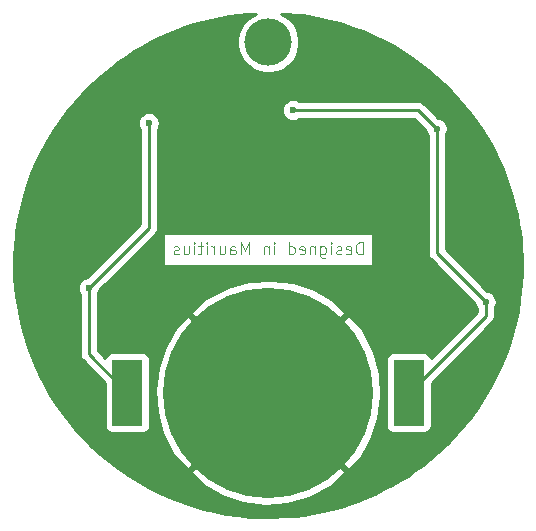
<source format=gbr>
G04 #@! TF.GenerationSoftware,KiCad,Pcbnew,(5.1.6)-1*
G04 #@! TF.CreationDate,2020-11-21T22:09:05+04:00*
G04 #@! TF.ProjectId,christmas-pcb-badge,63687269-7374-46d6-9173-2d7063622d62,rev?*
G04 #@! TF.SameCoordinates,Original*
G04 #@! TF.FileFunction,Copper,L2,Bot*
G04 #@! TF.FilePolarity,Positive*
%FSLAX46Y46*%
G04 Gerber Fmt 4.6, Leading zero omitted, Abs format (unit mm)*
G04 Created by KiCad (PCBNEW (5.1.6)-1) date 2020-11-21 22:09:05*
%MOMM*%
%LPD*%
G01*
G04 APERTURE LIST*
G04 #@! TA.AperFunction,NonConductor*
%ADD10C,0.100000*%
G04 #@! TD*
G04 #@! TA.AperFunction,SMDPad,CuDef*
%ADD11R,2.600000X5.560000*%
G04 #@! TD*
G04 #@! TA.AperFunction,SMDPad,CuDef*
%ADD12C,17.800000*%
G04 #@! TD*
G04 #@! TA.AperFunction,ViaPad*
%ADD13C,4.000000*%
G04 #@! TD*
G04 #@! TA.AperFunction,ViaPad*
%ADD14C,0.600000*%
G04 #@! TD*
G04 #@! TA.AperFunction,Conductor*
%ADD15C,0.250000*%
G04 #@! TD*
G04 #@! TA.AperFunction,Conductor*
%ADD16C,0.254000*%
G04 #@! TD*
G04 APERTURE END LIST*
D10*
X147476190Y-95952380D02*
X147476190Y-94952380D01*
X147238095Y-94952380D01*
X147095238Y-95000000D01*
X147000000Y-95095238D01*
X146952380Y-95190476D01*
X146904761Y-95380952D01*
X146904761Y-95523809D01*
X146952380Y-95714285D01*
X147000000Y-95809523D01*
X147095238Y-95904761D01*
X147238095Y-95952380D01*
X147476190Y-95952380D01*
X146095238Y-95904761D02*
X146190476Y-95952380D01*
X146380952Y-95952380D01*
X146476190Y-95904761D01*
X146523809Y-95809523D01*
X146523809Y-95428571D01*
X146476190Y-95333333D01*
X146380952Y-95285714D01*
X146190476Y-95285714D01*
X146095238Y-95333333D01*
X146047619Y-95428571D01*
X146047619Y-95523809D01*
X146523809Y-95619047D01*
X145666666Y-95904761D02*
X145571428Y-95952380D01*
X145380952Y-95952380D01*
X145285714Y-95904761D01*
X145238095Y-95809523D01*
X145238095Y-95761904D01*
X145285714Y-95666666D01*
X145380952Y-95619047D01*
X145523809Y-95619047D01*
X145619047Y-95571428D01*
X145666666Y-95476190D01*
X145666666Y-95428571D01*
X145619047Y-95333333D01*
X145523809Y-95285714D01*
X145380952Y-95285714D01*
X145285714Y-95333333D01*
X144809523Y-95952380D02*
X144809523Y-95285714D01*
X144809523Y-94952380D02*
X144857142Y-95000000D01*
X144809523Y-95047619D01*
X144761904Y-95000000D01*
X144809523Y-94952380D01*
X144809523Y-95047619D01*
X143904761Y-95285714D02*
X143904761Y-96095238D01*
X143952380Y-96190476D01*
X144000000Y-96238095D01*
X144095238Y-96285714D01*
X144238095Y-96285714D01*
X144333333Y-96238095D01*
X143904761Y-95904761D02*
X144000000Y-95952380D01*
X144190476Y-95952380D01*
X144285714Y-95904761D01*
X144333333Y-95857142D01*
X144380952Y-95761904D01*
X144380952Y-95476190D01*
X144333333Y-95380952D01*
X144285714Y-95333333D01*
X144190476Y-95285714D01*
X144000000Y-95285714D01*
X143904761Y-95333333D01*
X143428571Y-95285714D02*
X143428571Y-95952380D01*
X143428571Y-95380952D02*
X143380952Y-95333333D01*
X143285714Y-95285714D01*
X143142857Y-95285714D01*
X143047619Y-95333333D01*
X143000000Y-95428571D01*
X143000000Y-95952380D01*
X142142857Y-95904761D02*
X142238095Y-95952380D01*
X142428571Y-95952380D01*
X142523809Y-95904761D01*
X142571428Y-95809523D01*
X142571428Y-95428571D01*
X142523809Y-95333333D01*
X142428571Y-95285714D01*
X142238095Y-95285714D01*
X142142857Y-95333333D01*
X142095238Y-95428571D01*
X142095238Y-95523809D01*
X142571428Y-95619047D01*
X141238095Y-95952380D02*
X141238095Y-94952380D01*
X141238095Y-95904761D02*
X141333333Y-95952380D01*
X141523809Y-95952380D01*
X141619047Y-95904761D01*
X141666666Y-95857142D01*
X141714285Y-95761904D01*
X141714285Y-95476190D01*
X141666666Y-95380952D01*
X141619047Y-95333333D01*
X141523809Y-95285714D01*
X141333333Y-95285714D01*
X141238095Y-95333333D01*
X140000000Y-95952380D02*
X140000000Y-95285714D01*
X140000000Y-94952380D02*
X140047619Y-95000000D01*
X140000000Y-95047619D01*
X139952380Y-95000000D01*
X140000000Y-94952380D01*
X140000000Y-95047619D01*
X139523809Y-95285714D02*
X139523809Y-95952380D01*
X139523809Y-95380952D02*
X139476190Y-95333333D01*
X139380952Y-95285714D01*
X139238095Y-95285714D01*
X139142857Y-95333333D01*
X139095238Y-95428571D01*
X139095238Y-95952380D01*
X137857142Y-95952380D02*
X137857142Y-94952380D01*
X137523809Y-95666666D01*
X137190476Y-94952380D01*
X137190476Y-95952380D01*
X136285714Y-95952380D02*
X136285714Y-95428571D01*
X136333333Y-95333333D01*
X136428571Y-95285714D01*
X136619047Y-95285714D01*
X136714285Y-95333333D01*
X136285714Y-95904761D02*
X136380952Y-95952380D01*
X136619047Y-95952380D01*
X136714285Y-95904761D01*
X136761904Y-95809523D01*
X136761904Y-95714285D01*
X136714285Y-95619047D01*
X136619047Y-95571428D01*
X136380952Y-95571428D01*
X136285714Y-95523809D01*
X135380952Y-95285714D02*
X135380952Y-95952380D01*
X135809523Y-95285714D02*
X135809523Y-95809523D01*
X135761904Y-95904761D01*
X135666666Y-95952380D01*
X135523809Y-95952380D01*
X135428571Y-95904761D01*
X135380952Y-95857142D01*
X134904761Y-95952380D02*
X134904761Y-95285714D01*
X134904761Y-95476190D02*
X134857142Y-95380952D01*
X134809523Y-95333333D01*
X134714285Y-95285714D01*
X134619047Y-95285714D01*
X134285714Y-95952380D02*
X134285714Y-95285714D01*
X134285714Y-94952380D02*
X134333333Y-95000000D01*
X134285714Y-95047619D01*
X134238095Y-95000000D01*
X134285714Y-94952380D01*
X134285714Y-95047619D01*
X133952380Y-95285714D02*
X133571428Y-95285714D01*
X133809523Y-94952380D02*
X133809523Y-95809523D01*
X133761904Y-95904761D01*
X133666666Y-95952380D01*
X133571428Y-95952380D01*
X133238095Y-95952380D02*
X133238095Y-95285714D01*
X133238095Y-94952380D02*
X133285714Y-95000000D01*
X133238095Y-95047619D01*
X133190476Y-95000000D01*
X133238095Y-94952380D01*
X133238095Y-95047619D01*
X132333333Y-95285714D02*
X132333333Y-95952380D01*
X132761904Y-95285714D02*
X132761904Y-95809523D01*
X132714285Y-95904761D01*
X132619047Y-95952380D01*
X132476190Y-95952380D01*
X132380952Y-95904761D01*
X132333333Y-95857142D01*
X131904761Y-95904761D02*
X131809523Y-95952380D01*
X131619047Y-95952380D01*
X131523809Y-95904761D01*
X131476190Y-95809523D01*
X131476190Y-95761904D01*
X131523809Y-95666666D01*
X131619047Y-95619047D01*
X131761904Y-95619047D01*
X131857142Y-95571428D01*
X131904761Y-95476190D01*
X131904761Y-95428571D01*
X131857142Y-95333333D01*
X131761904Y-95285714D01*
X131619047Y-95285714D01*
X131523809Y-95333333D01*
D11*
G04 #@! TO.P,BT1,1*
G04 #@! TO.N,+3V3*
X151380000Y-107675000D03*
X127570000Y-107675000D03*
D12*
G04 #@! TO.P,BT1,2*
G04 #@! TO.N,GND*
X139475000Y-107675000D03*
G04 #@! TD*
D13*
G04 #@! TO.N,*
X139500000Y-78000000D03*
D14*
G04 #@! TO.N,GND*
X153350000Y-99975000D03*
X148550000Y-85275000D03*
X124550000Y-84825000D03*
X119675000Y-98825000D03*
X137450000Y-83750000D03*
G04 #@! TO.N,+3V3*
X157900000Y-99975000D03*
X153750000Y-85325000D03*
X129375000Y-84850000D03*
X124275000Y-98825000D03*
X141575000Y-83750000D03*
G04 #@! TD*
D15*
G04 #@! TO.N,GND*
X137450000Y-105650000D02*
X139475000Y-107675000D01*
X153300000Y-99975000D02*
X153350000Y-99975000D01*
G04 #@! TO.N,+3V3*
X152175000Y-83750000D02*
X153750000Y-85325000D01*
X141575000Y-83750000D02*
X152175000Y-83750000D01*
X153750000Y-95825000D02*
X157900000Y-99975000D01*
X153750000Y-85325000D02*
X153750000Y-95825000D01*
X157900000Y-101155000D02*
X151380000Y-107675000D01*
X157900000Y-99975000D02*
X157900000Y-101155000D01*
X124275000Y-104380000D02*
X127570000Y-107675000D01*
X124275000Y-98825000D02*
X124275000Y-104380000D01*
X129375000Y-93725000D02*
X124275000Y-98825000D01*
X129375000Y-84850000D02*
X129375000Y-93725000D01*
G04 #@! TD*
D16*
G04 #@! TO.N,GND*
G36*
X138251859Y-75664893D02*
G01*
X137820285Y-75953262D01*
X137453262Y-76320285D01*
X137164893Y-76751859D01*
X136966261Y-77231399D01*
X136865000Y-77740475D01*
X136865000Y-78259525D01*
X136966261Y-78768601D01*
X137164893Y-79248141D01*
X137453262Y-79679715D01*
X137820285Y-80046738D01*
X138251859Y-80335107D01*
X138731399Y-80533739D01*
X139240475Y-80635000D01*
X139759525Y-80635000D01*
X140268601Y-80533739D01*
X140748141Y-80335107D01*
X141179715Y-80046738D01*
X141546738Y-79679715D01*
X141835107Y-79248141D01*
X142033739Y-78768601D01*
X142135000Y-78259525D01*
X142135000Y-77740475D01*
X142033739Y-77231399D01*
X141835107Y-76751859D01*
X141546738Y-76320285D01*
X141179715Y-75953262D01*
X140748141Y-75664893D01*
X140547814Y-75581915D01*
X141162736Y-75610277D01*
X141742098Y-75662568D01*
X142327291Y-75732307D01*
X142912332Y-75818799D01*
X143496365Y-75921804D01*
X144078550Y-76041079D01*
X144657971Y-76176366D01*
X145233775Y-76327412D01*
X145805040Y-76493943D01*
X146370906Y-76675693D01*
X146930534Y-76872398D01*
X147483034Y-77083777D01*
X148027482Y-77309523D01*
X148563071Y-77549368D01*
X149088945Y-77803028D01*
X149604168Y-78070162D01*
X150106933Y-78349935D01*
X150885611Y-78817975D01*
X151630195Y-79305313D01*
X152344940Y-79815004D01*
X153033158Y-80349592D01*
X153698247Y-80911776D01*
X154343529Y-81504291D01*
X154972223Y-82129878D01*
X155587236Y-82791033D01*
X156100452Y-83386440D01*
X156590642Y-84001165D01*
X157057529Y-84634444D01*
X157500580Y-85285201D01*
X157919326Y-85952440D01*
X158313228Y-86635057D01*
X158681778Y-87331972D01*
X159024536Y-88042234D01*
X159340961Y-88764680D01*
X159630599Y-89498324D01*
X159892946Y-90242050D01*
X160127535Y-90994813D01*
X160333899Y-91755583D01*
X160511560Y-92523259D01*
X160660060Y-93296795D01*
X160778947Y-94075188D01*
X160856871Y-94760669D01*
X160911925Y-95470934D01*
X160943945Y-96197827D01*
X160952830Y-96932876D01*
X160938574Y-97667649D01*
X160901246Y-98393802D01*
X160841011Y-99102782D01*
X160758256Y-99785168D01*
X160595471Y-100774786D01*
X160388517Y-101748973D01*
X160137850Y-102707845D01*
X159844109Y-103650354D01*
X159507933Y-104575398D01*
X159129959Y-105481876D01*
X158710834Y-106368640D01*
X158251164Y-107234627D01*
X157751589Y-108078689D01*
X157212724Y-108899723D01*
X156635191Y-109696597D01*
X156019582Y-110468216D01*
X155366543Y-111213405D01*
X154676644Y-111931077D01*
X153950486Y-112620095D01*
X153187502Y-113280326D01*
X152568358Y-113773111D01*
X151932611Y-114242221D01*
X151282068Y-114686440D01*
X150617250Y-115105571D01*
X149938740Y-115499370D01*
X149247085Y-115867615D01*
X148542794Y-116210100D01*
X147826465Y-116526569D01*
X147098646Y-116816794D01*
X146359872Y-117080543D01*
X145610660Y-117317591D01*
X144851615Y-117527681D01*
X144083225Y-117710587D01*
X143306086Y-117866051D01*
X142520738Y-117993832D01*
X141740130Y-118092121D01*
X141697570Y-118094368D01*
X141692752Y-118095594D01*
X140919867Y-118147299D01*
X139821668Y-118180195D01*
X138731724Y-118185539D01*
X137942744Y-118159231D01*
X136925612Y-118057292D01*
X135913696Y-117909408D01*
X134915596Y-117716956D01*
X133932603Y-117480580D01*
X132966032Y-117200925D01*
X132017111Y-116878611D01*
X131087218Y-116514304D01*
X130177565Y-116108606D01*
X129289486Y-115662171D01*
X128424224Y-115175599D01*
X127583131Y-114649552D01*
X127261549Y-114426830D01*
X132902775Y-114426830D01*
X133946590Y-115500270D01*
X135579451Y-116428449D01*
X137362016Y-117020238D01*
X139225782Y-117252894D01*
X141099125Y-117117478D01*
X142910054Y-116619192D01*
X144588976Y-115777186D01*
X145003410Y-115500270D01*
X146047225Y-114426830D01*
X139475000Y-107854605D01*
X132902775Y-114426830D01*
X127261549Y-114426830D01*
X126767425Y-114084610D01*
X125978406Y-113481393D01*
X125217365Y-112840515D01*
X124485605Y-112162600D01*
X123783438Y-111447257D01*
X123165358Y-110759908D01*
X122580528Y-110054183D01*
X122029942Y-109331449D01*
X121513684Y-108592060D01*
X121031833Y-107836338D01*
X120584481Y-107064600D01*
X120171716Y-106277136D01*
X119793683Y-105474317D01*
X119450473Y-104656370D01*
X119142224Y-103823601D01*
X118869082Y-102976296D01*
X118631211Y-102114749D01*
X118428777Y-101239224D01*
X118261968Y-100350032D01*
X118130975Y-99447423D01*
X118056875Y-98732911D01*
X123340000Y-98732911D01*
X123340000Y-98917089D01*
X123375932Y-99097729D01*
X123446414Y-99267889D01*
X123515000Y-99370536D01*
X123515001Y-104342668D01*
X123511324Y-104380000D01*
X123515001Y-104417333D01*
X123525998Y-104528986D01*
X123533537Y-104553839D01*
X123569454Y-104672246D01*
X123640026Y-104804276D01*
X123681407Y-104854698D01*
X123735000Y-104920001D01*
X123763998Y-104943799D01*
X125631928Y-106811730D01*
X125631928Y-110455000D01*
X125644188Y-110579482D01*
X125680498Y-110699180D01*
X125739463Y-110809494D01*
X125818815Y-110906185D01*
X125915506Y-110985537D01*
X126025820Y-111044502D01*
X126145518Y-111080812D01*
X126270000Y-111093072D01*
X128870000Y-111093072D01*
X128994482Y-111080812D01*
X129114180Y-111044502D01*
X129224494Y-110985537D01*
X129321185Y-110906185D01*
X129400537Y-110809494D01*
X129459502Y-110699180D01*
X129495812Y-110579482D01*
X129508072Y-110455000D01*
X129508072Y-107425782D01*
X129897106Y-107425782D01*
X130032522Y-109299125D01*
X130530808Y-111110054D01*
X131372814Y-112788976D01*
X131649730Y-113203410D01*
X132723170Y-114247225D01*
X139295395Y-107675000D01*
X139654605Y-107675000D01*
X146226830Y-114247225D01*
X147300270Y-113203410D01*
X148228449Y-111570549D01*
X148820238Y-109787984D01*
X149052894Y-107924218D01*
X148917478Y-106050875D01*
X148419192Y-104239946D01*
X147577186Y-102561024D01*
X147300270Y-102146590D01*
X146226830Y-101102775D01*
X139654605Y-107675000D01*
X139295395Y-107675000D01*
X132723170Y-101102775D01*
X131649730Y-102146590D01*
X130721551Y-103779451D01*
X130129762Y-105562016D01*
X129897106Y-107425782D01*
X129508072Y-107425782D01*
X129508072Y-104895000D01*
X129495812Y-104770518D01*
X129459502Y-104650820D01*
X129400537Y-104540506D01*
X129321185Y-104443815D01*
X129224494Y-104364463D01*
X129114180Y-104305498D01*
X128994482Y-104269188D01*
X128870000Y-104256928D01*
X126270000Y-104256928D01*
X126145518Y-104269188D01*
X126025820Y-104305498D01*
X125915506Y-104364463D01*
X125818815Y-104443815D01*
X125739463Y-104540506D01*
X125680498Y-104650820D01*
X125666562Y-104696761D01*
X125035000Y-104065199D01*
X125035000Y-100923170D01*
X132902775Y-100923170D01*
X139475000Y-107495395D01*
X146047225Y-100923170D01*
X145003410Y-99849730D01*
X143370549Y-98921551D01*
X141587984Y-98329762D01*
X139724218Y-98097106D01*
X137850875Y-98232522D01*
X136039946Y-98730808D01*
X134361024Y-99572814D01*
X133946590Y-99849730D01*
X132902775Y-100923170D01*
X125035000Y-100923170D01*
X125035000Y-99370535D01*
X125103586Y-99267889D01*
X125174068Y-99097729D01*
X125198153Y-98976648D01*
X129886003Y-94288799D01*
X129915001Y-94265001D01*
X130009974Y-94149276D01*
X130025622Y-94120000D01*
X130600715Y-94120000D01*
X130600715Y-96990000D01*
X148399286Y-96990000D01*
X148399286Y-94120000D01*
X130600715Y-94120000D01*
X130025622Y-94120000D01*
X130080546Y-94017247D01*
X130124003Y-93873986D01*
X130135000Y-93762333D01*
X130135000Y-93762324D01*
X130138676Y-93725001D01*
X130135000Y-93687678D01*
X130135000Y-85395535D01*
X130203586Y-85292889D01*
X130274068Y-85122729D01*
X130310000Y-84942089D01*
X130310000Y-84757911D01*
X130274068Y-84577271D01*
X130203586Y-84407111D01*
X130101262Y-84253972D01*
X129971028Y-84123738D01*
X129817889Y-84021414D01*
X129647729Y-83950932D01*
X129467089Y-83915000D01*
X129282911Y-83915000D01*
X129102271Y-83950932D01*
X128932111Y-84021414D01*
X128778972Y-84123738D01*
X128648738Y-84253972D01*
X128546414Y-84407111D01*
X128475932Y-84577271D01*
X128440000Y-84757911D01*
X128440000Y-84942089D01*
X128475932Y-85122729D01*
X128546414Y-85292889D01*
X128615000Y-85395536D01*
X128615001Y-93410197D01*
X124123352Y-97901847D01*
X124002271Y-97925932D01*
X123832111Y-97996414D01*
X123678972Y-98098738D01*
X123548738Y-98228972D01*
X123446414Y-98382111D01*
X123375932Y-98552271D01*
X123340000Y-98732911D01*
X118056875Y-98732911D01*
X118035967Y-98531308D01*
X118003872Y-98033437D01*
X117985870Y-97489654D01*
X117991181Y-96305305D01*
X118049941Y-95114624D01*
X118097572Y-94562424D01*
X118156807Y-94054346D01*
X118319937Y-93030187D01*
X118530624Y-92023503D01*
X118788534Y-91033267D01*
X119093026Y-90060476D01*
X119443427Y-89106290D01*
X119839106Y-88171758D01*
X120279427Y-87257972D01*
X120763775Y-86366001D01*
X121291517Y-85496973D01*
X121862067Y-84651950D01*
X122474788Y-83832086D01*
X122618390Y-83657911D01*
X140640000Y-83657911D01*
X140640000Y-83842089D01*
X140675932Y-84022729D01*
X140746414Y-84192889D01*
X140848738Y-84346028D01*
X140978972Y-84476262D01*
X141132111Y-84578586D01*
X141302271Y-84649068D01*
X141482911Y-84685000D01*
X141667089Y-84685000D01*
X141847729Y-84649068D01*
X142017889Y-84578586D01*
X142120535Y-84510000D01*
X151860199Y-84510000D01*
X152826847Y-85476649D01*
X152850932Y-85597729D01*
X152921414Y-85767889D01*
X152990000Y-85870535D01*
X152990001Y-95787668D01*
X152986324Y-95825000D01*
X152990001Y-95862333D01*
X152995968Y-95922911D01*
X153000998Y-95973985D01*
X153044454Y-96117246D01*
X153115026Y-96249276D01*
X153186201Y-96336002D01*
X153210000Y-96365001D01*
X153238998Y-96388799D01*
X156976847Y-100126649D01*
X157000932Y-100247729D01*
X157071414Y-100417889D01*
X157140000Y-100520536D01*
X157140001Y-100840196D01*
X153283438Y-104696760D01*
X153269502Y-104650820D01*
X153210537Y-104540506D01*
X153131185Y-104443815D01*
X153034494Y-104364463D01*
X152924180Y-104305498D01*
X152804482Y-104269188D01*
X152680000Y-104256928D01*
X150080000Y-104256928D01*
X149955518Y-104269188D01*
X149835820Y-104305498D01*
X149725506Y-104364463D01*
X149628815Y-104443815D01*
X149549463Y-104540506D01*
X149490498Y-104650820D01*
X149454188Y-104770518D01*
X149441928Y-104895000D01*
X149441928Y-110455000D01*
X149454188Y-110579482D01*
X149490498Y-110699180D01*
X149549463Y-110809494D01*
X149628815Y-110906185D01*
X149725506Y-110985537D01*
X149835820Y-111044502D01*
X149955518Y-111080812D01*
X150080000Y-111093072D01*
X152680000Y-111093072D01*
X152804482Y-111080812D01*
X152924180Y-111044502D01*
X153034494Y-110985537D01*
X153131185Y-110906185D01*
X153210537Y-110809494D01*
X153269502Y-110699180D01*
X153305812Y-110579482D01*
X153318072Y-110455000D01*
X153318072Y-106811729D01*
X158411008Y-101718795D01*
X158440001Y-101695001D01*
X158463795Y-101666008D01*
X158463799Y-101666004D01*
X158534973Y-101579277D01*
X158534974Y-101579276D01*
X158605546Y-101447247D01*
X158649003Y-101303986D01*
X158660000Y-101192333D01*
X158660000Y-101192324D01*
X158663676Y-101155001D01*
X158660000Y-101117678D01*
X158660000Y-100520535D01*
X158728586Y-100417889D01*
X158799068Y-100247729D01*
X158835000Y-100067089D01*
X158835000Y-99882911D01*
X158799068Y-99702271D01*
X158728586Y-99532111D01*
X158626262Y-99378972D01*
X158496028Y-99248738D01*
X158342889Y-99146414D01*
X158172729Y-99075932D01*
X158051649Y-99051847D01*
X154510000Y-95510199D01*
X154510000Y-85870535D01*
X154578586Y-85767889D01*
X154649068Y-85597729D01*
X154685000Y-85417089D01*
X154685000Y-85232911D01*
X154649068Y-85052271D01*
X154578586Y-84882111D01*
X154476262Y-84728972D01*
X154346028Y-84598738D01*
X154192889Y-84496414D01*
X154022729Y-84425932D01*
X153901649Y-84401847D01*
X152738804Y-83239003D01*
X152715001Y-83209999D01*
X152599276Y-83115026D01*
X152467247Y-83044454D01*
X152323986Y-83000997D01*
X152212333Y-82990000D01*
X152212322Y-82990000D01*
X152175000Y-82986324D01*
X152137678Y-82990000D01*
X142120535Y-82990000D01*
X142017889Y-82921414D01*
X141847729Y-82850932D01*
X141667089Y-82815000D01*
X141482911Y-82815000D01*
X141302271Y-82850932D01*
X141132111Y-82921414D01*
X140978972Y-83023738D01*
X140848738Y-83153972D01*
X140746414Y-83307111D01*
X140675932Y-83477271D01*
X140640000Y-83657911D01*
X122618390Y-83657911D01*
X123129069Y-83038511D01*
X123824355Y-82272291D01*
X124560021Y-81534599D01*
X125335472Y-80826575D01*
X126151167Y-80148491D01*
X126777726Y-79670722D01*
X127422765Y-79216372D01*
X128084300Y-78786633D01*
X128761374Y-78381904D01*
X129453072Y-78002550D01*
X130158476Y-77648942D01*
X130876647Y-77321457D01*
X131606591Y-77020492D01*
X132347473Y-76746377D01*
X133098234Y-76499523D01*
X133858051Y-76280258D01*
X134625894Y-76088971D01*
X135400857Y-75926015D01*
X136181991Y-75791747D01*
X136968407Y-75686517D01*
X137755307Y-75611054D01*
X138461907Y-75577888D01*
X138251859Y-75664893D01*
G37*
X138251859Y-75664893D02*
X137820285Y-75953262D01*
X137453262Y-76320285D01*
X137164893Y-76751859D01*
X136966261Y-77231399D01*
X136865000Y-77740475D01*
X136865000Y-78259525D01*
X136966261Y-78768601D01*
X137164893Y-79248141D01*
X137453262Y-79679715D01*
X137820285Y-80046738D01*
X138251859Y-80335107D01*
X138731399Y-80533739D01*
X139240475Y-80635000D01*
X139759525Y-80635000D01*
X140268601Y-80533739D01*
X140748141Y-80335107D01*
X141179715Y-80046738D01*
X141546738Y-79679715D01*
X141835107Y-79248141D01*
X142033739Y-78768601D01*
X142135000Y-78259525D01*
X142135000Y-77740475D01*
X142033739Y-77231399D01*
X141835107Y-76751859D01*
X141546738Y-76320285D01*
X141179715Y-75953262D01*
X140748141Y-75664893D01*
X140547814Y-75581915D01*
X141162736Y-75610277D01*
X141742098Y-75662568D01*
X142327291Y-75732307D01*
X142912332Y-75818799D01*
X143496365Y-75921804D01*
X144078550Y-76041079D01*
X144657971Y-76176366D01*
X145233775Y-76327412D01*
X145805040Y-76493943D01*
X146370906Y-76675693D01*
X146930534Y-76872398D01*
X147483034Y-77083777D01*
X148027482Y-77309523D01*
X148563071Y-77549368D01*
X149088945Y-77803028D01*
X149604168Y-78070162D01*
X150106933Y-78349935D01*
X150885611Y-78817975D01*
X151630195Y-79305313D01*
X152344940Y-79815004D01*
X153033158Y-80349592D01*
X153698247Y-80911776D01*
X154343529Y-81504291D01*
X154972223Y-82129878D01*
X155587236Y-82791033D01*
X156100452Y-83386440D01*
X156590642Y-84001165D01*
X157057529Y-84634444D01*
X157500580Y-85285201D01*
X157919326Y-85952440D01*
X158313228Y-86635057D01*
X158681778Y-87331972D01*
X159024536Y-88042234D01*
X159340961Y-88764680D01*
X159630599Y-89498324D01*
X159892946Y-90242050D01*
X160127535Y-90994813D01*
X160333899Y-91755583D01*
X160511560Y-92523259D01*
X160660060Y-93296795D01*
X160778947Y-94075188D01*
X160856871Y-94760669D01*
X160911925Y-95470934D01*
X160943945Y-96197827D01*
X160952830Y-96932876D01*
X160938574Y-97667649D01*
X160901246Y-98393802D01*
X160841011Y-99102782D01*
X160758256Y-99785168D01*
X160595471Y-100774786D01*
X160388517Y-101748973D01*
X160137850Y-102707845D01*
X159844109Y-103650354D01*
X159507933Y-104575398D01*
X159129959Y-105481876D01*
X158710834Y-106368640D01*
X158251164Y-107234627D01*
X157751589Y-108078689D01*
X157212724Y-108899723D01*
X156635191Y-109696597D01*
X156019582Y-110468216D01*
X155366543Y-111213405D01*
X154676644Y-111931077D01*
X153950486Y-112620095D01*
X153187502Y-113280326D01*
X152568358Y-113773111D01*
X151932611Y-114242221D01*
X151282068Y-114686440D01*
X150617250Y-115105571D01*
X149938740Y-115499370D01*
X149247085Y-115867615D01*
X148542794Y-116210100D01*
X147826465Y-116526569D01*
X147098646Y-116816794D01*
X146359872Y-117080543D01*
X145610660Y-117317591D01*
X144851615Y-117527681D01*
X144083225Y-117710587D01*
X143306086Y-117866051D01*
X142520738Y-117993832D01*
X141740130Y-118092121D01*
X141697570Y-118094368D01*
X141692752Y-118095594D01*
X140919867Y-118147299D01*
X139821668Y-118180195D01*
X138731724Y-118185539D01*
X137942744Y-118159231D01*
X136925612Y-118057292D01*
X135913696Y-117909408D01*
X134915596Y-117716956D01*
X133932603Y-117480580D01*
X132966032Y-117200925D01*
X132017111Y-116878611D01*
X131087218Y-116514304D01*
X130177565Y-116108606D01*
X129289486Y-115662171D01*
X128424224Y-115175599D01*
X127583131Y-114649552D01*
X127261549Y-114426830D01*
X132902775Y-114426830D01*
X133946590Y-115500270D01*
X135579451Y-116428449D01*
X137362016Y-117020238D01*
X139225782Y-117252894D01*
X141099125Y-117117478D01*
X142910054Y-116619192D01*
X144588976Y-115777186D01*
X145003410Y-115500270D01*
X146047225Y-114426830D01*
X139475000Y-107854605D01*
X132902775Y-114426830D01*
X127261549Y-114426830D01*
X126767425Y-114084610D01*
X125978406Y-113481393D01*
X125217365Y-112840515D01*
X124485605Y-112162600D01*
X123783438Y-111447257D01*
X123165358Y-110759908D01*
X122580528Y-110054183D01*
X122029942Y-109331449D01*
X121513684Y-108592060D01*
X121031833Y-107836338D01*
X120584481Y-107064600D01*
X120171716Y-106277136D01*
X119793683Y-105474317D01*
X119450473Y-104656370D01*
X119142224Y-103823601D01*
X118869082Y-102976296D01*
X118631211Y-102114749D01*
X118428777Y-101239224D01*
X118261968Y-100350032D01*
X118130975Y-99447423D01*
X118056875Y-98732911D01*
X123340000Y-98732911D01*
X123340000Y-98917089D01*
X123375932Y-99097729D01*
X123446414Y-99267889D01*
X123515000Y-99370536D01*
X123515001Y-104342668D01*
X123511324Y-104380000D01*
X123515001Y-104417333D01*
X123525998Y-104528986D01*
X123533537Y-104553839D01*
X123569454Y-104672246D01*
X123640026Y-104804276D01*
X123681407Y-104854698D01*
X123735000Y-104920001D01*
X123763998Y-104943799D01*
X125631928Y-106811730D01*
X125631928Y-110455000D01*
X125644188Y-110579482D01*
X125680498Y-110699180D01*
X125739463Y-110809494D01*
X125818815Y-110906185D01*
X125915506Y-110985537D01*
X126025820Y-111044502D01*
X126145518Y-111080812D01*
X126270000Y-111093072D01*
X128870000Y-111093072D01*
X128994482Y-111080812D01*
X129114180Y-111044502D01*
X129224494Y-110985537D01*
X129321185Y-110906185D01*
X129400537Y-110809494D01*
X129459502Y-110699180D01*
X129495812Y-110579482D01*
X129508072Y-110455000D01*
X129508072Y-107425782D01*
X129897106Y-107425782D01*
X130032522Y-109299125D01*
X130530808Y-111110054D01*
X131372814Y-112788976D01*
X131649730Y-113203410D01*
X132723170Y-114247225D01*
X139295395Y-107675000D01*
X139654605Y-107675000D01*
X146226830Y-114247225D01*
X147300270Y-113203410D01*
X148228449Y-111570549D01*
X148820238Y-109787984D01*
X149052894Y-107924218D01*
X148917478Y-106050875D01*
X148419192Y-104239946D01*
X147577186Y-102561024D01*
X147300270Y-102146590D01*
X146226830Y-101102775D01*
X139654605Y-107675000D01*
X139295395Y-107675000D01*
X132723170Y-101102775D01*
X131649730Y-102146590D01*
X130721551Y-103779451D01*
X130129762Y-105562016D01*
X129897106Y-107425782D01*
X129508072Y-107425782D01*
X129508072Y-104895000D01*
X129495812Y-104770518D01*
X129459502Y-104650820D01*
X129400537Y-104540506D01*
X129321185Y-104443815D01*
X129224494Y-104364463D01*
X129114180Y-104305498D01*
X128994482Y-104269188D01*
X128870000Y-104256928D01*
X126270000Y-104256928D01*
X126145518Y-104269188D01*
X126025820Y-104305498D01*
X125915506Y-104364463D01*
X125818815Y-104443815D01*
X125739463Y-104540506D01*
X125680498Y-104650820D01*
X125666562Y-104696761D01*
X125035000Y-104065199D01*
X125035000Y-100923170D01*
X132902775Y-100923170D01*
X139475000Y-107495395D01*
X146047225Y-100923170D01*
X145003410Y-99849730D01*
X143370549Y-98921551D01*
X141587984Y-98329762D01*
X139724218Y-98097106D01*
X137850875Y-98232522D01*
X136039946Y-98730808D01*
X134361024Y-99572814D01*
X133946590Y-99849730D01*
X132902775Y-100923170D01*
X125035000Y-100923170D01*
X125035000Y-99370535D01*
X125103586Y-99267889D01*
X125174068Y-99097729D01*
X125198153Y-98976648D01*
X129886003Y-94288799D01*
X129915001Y-94265001D01*
X130009974Y-94149276D01*
X130025622Y-94120000D01*
X130600715Y-94120000D01*
X130600715Y-96990000D01*
X148399286Y-96990000D01*
X148399286Y-94120000D01*
X130600715Y-94120000D01*
X130025622Y-94120000D01*
X130080546Y-94017247D01*
X130124003Y-93873986D01*
X130135000Y-93762333D01*
X130135000Y-93762324D01*
X130138676Y-93725001D01*
X130135000Y-93687678D01*
X130135000Y-85395535D01*
X130203586Y-85292889D01*
X130274068Y-85122729D01*
X130310000Y-84942089D01*
X130310000Y-84757911D01*
X130274068Y-84577271D01*
X130203586Y-84407111D01*
X130101262Y-84253972D01*
X129971028Y-84123738D01*
X129817889Y-84021414D01*
X129647729Y-83950932D01*
X129467089Y-83915000D01*
X129282911Y-83915000D01*
X129102271Y-83950932D01*
X128932111Y-84021414D01*
X128778972Y-84123738D01*
X128648738Y-84253972D01*
X128546414Y-84407111D01*
X128475932Y-84577271D01*
X128440000Y-84757911D01*
X128440000Y-84942089D01*
X128475932Y-85122729D01*
X128546414Y-85292889D01*
X128615000Y-85395536D01*
X128615001Y-93410197D01*
X124123352Y-97901847D01*
X124002271Y-97925932D01*
X123832111Y-97996414D01*
X123678972Y-98098738D01*
X123548738Y-98228972D01*
X123446414Y-98382111D01*
X123375932Y-98552271D01*
X123340000Y-98732911D01*
X118056875Y-98732911D01*
X118035967Y-98531308D01*
X118003872Y-98033437D01*
X117985870Y-97489654D01*
X117991181Y-96305305D01*
X118049941Y-95114624D01*
X118097572Y-94562424D01*
X118156807Y-94054346D01*
X118319937Y-93030187D01*
X118530624Y-92023503D01*
X118788534Y-91033267D01*
X119093026Y-90060476D01*
X119443427Y-89106290D01*
X119839106Y-88171758D01*
X120279427Y-87257972D01*
X120763775Y-86366001D01*
X121291517Y-85496973D01*
X121862067Y-84651950D01*
X122474788Y-83832086D01*
X122618390Y-83657911D01*
X140640000Y-83657911D01*
X140640000Y-83842089D01*
X140675932Y-84022729D01*
X140746414Y-84192889D01*
X140848738Y-84346028D01*
X140978972Y-84476262D01*
X141132111Y-84578586D01*
X141302271Y-84649068D01*
X141482911Y-84685000D01*
X141667089Y-84685000D01*
X141847729Y-84649068D01*
X142017889Y-84578586D01*
X142120535Y-84510000D01*
X151860199Y-84510000D01*
X152826847Y-85476649D01*
X152850932Y-85597729D01*
X152921414Y-85767889D01*
X152990000Y-85870535D01*
X152990001Y-95787668D01*
X152986324Y-95825000D01*
X152990001Y-95862333D01*
X152995968Y-95922911D01*
X153000998Y-95973985D01*
X153044454Y-96117246D01*
X153115026Y-96249276D01*
X153186201Y-96336002D01*
X153210000Y-96365001D01*
X153238998Y-96388799D01*
X156976847Y-100126649D01*
X157000932Y-100247729D01*
X157071414Y-100417889D01*
X157140000Y-100520536D01*
X157140001Y-100840196D01*
X153283438Y-104696760D01*
X153269502Y-104650820D01*
X153210537Y-104540506D01*
X153131185Y-104443815D01*
X153034494Y-104364463D01*
X152924180Y-104305498D01*
X152804482Y-104269188D01*
X152680000Y-104256928D01*
X150080000Y-104256928D01*
X149955518Y-104269188D01*
X149835820Y-104305498D01*
X149725506Y-104364463D01*
X149628815Y-104443815D01*
X149549463Y-104540506D01*
X149490498Y-104650820D01*
X149454188Y-104770518D01*
X149441928Y-104895000D01*
X149441928Y-110455000D01*
X149454188Y-110579482D01*
X149490498Y-110699180D01*
X149549463Y-110809494D01*
X149628815Y-110906185D01*
X149725506Y-110985537D01*
X149835820Y-111044502D01*
X149955518Y-111080812D01*
X150080000Y-111093072D01*
X152680000Y-111093072D01*
X152804482Y-111080812D01*
X152924180Y-111044502D01*
X153034494Y-110985537D01*
X153131185Y-110906185D01*
X153210537Y-110809494D01*
X153269502Y-110699180D01*
X153305812Y-110579482D01*
X153318072Y-110455000D01*
X153318072Y-106811729D01*
X158411008Y-101718795D01*
X158440001Y-101695001D01*
X158463795Y-101666008D01*
X158463799Y-101666004D01*
X158534973Y-101579277D01*
X158534974Y-101579276D01*
X158605546Y-101447247D01*
X158649003Y-101303986D01*
X158660000Y-101192333D01*
X158660000Y-101192324D01*
X158663676Y-101155001D01*
X158660000Y-101117678D01*
X158660000Y-100520535D01*
X158728586Y-100417889D01*
X158799068Y-100247729D01*
X158835000Y-100067089D01*
X158835000Y-99882911D01*
X158799068Y-99702271D01*
X158728586Y-99532111D01*
X158626262Y-99378972D01*
X158496028Y-99248738D01*
X158342889Y-99146414D01*
X158172729Y-99075932D01*
X158051649Y-99051847D01*
X154510000Y-95510199D01*
X154510000Y-85870535D01*
X154578586Y-85767889D01*
X154649068Y-85597729D01*
X154685000Y-85417089D01*
X154685000Y-85232911D01*
X154649068Y-85052271D01*
X154578586Y-84882111D01*
X154476262Y-84728972D01*
X154346028Y-84598738D01*
X154192889Y-84496414D01*
X154022729Y-84425932D01*
X153901649Y-84401847D01*
X152738804Y-83239003D01*
X152715001Y-83209999D01*
X152599276Y-83115026D01*
X152467247Y-83044454D01*
X152323986Y-83000997D01*
X152212333Y-82990000D01*
X152212322Y-82990000D01*
X152175000Y-82986324D01*
X152137678Y-82990000D01*
X142120535Y-82990000D01*
X142017889Y-82921414D01*
X141847729Y-82850932D01*
X141667089Y-82815000D01*
X141482911Y-82815000D01*
X141302271Y-82850932D01*
X141132111Y-82921414D01*
X140978972Y-83023738D01*
X140848738Y-83153972D01*
X140746414Y-83307111D01*
X140675932Y-83477271D01*
X140640000Y-83657911D01*
X122618390Y-83657911D01*
X123129069Y-83038511D01*
X123824355Y-82272291D01*
X124560021Y-81534599D01*
X125335472Y-80826575D01*
X126151167Y-80148491D01*
X126777726Y-79670722D01*
X127422765Y-79216372D01*
X128084300Y-78786633D01*
X128761374Y-78381904D01*
X129453072Y-78002550D01*
X130158476Y-77648942D01*
X130876647Y-77321457D01*
X131606591Y-77020492D01*
X132347473Y-76746377D01*
X133098234Y-76499523D01*
X133858051Y-76280258D01*
X134625894Y-76088971D01*
X135400857Y-75926015D01*
X136181991Y-75791747D01*
X136968407Y-75686517D01*
X137755307Y-75611054D01*
X138461907Y-75577888D01*
X138251859Y-75664893D01*
G04 #@! TD*
M02*

</source>
